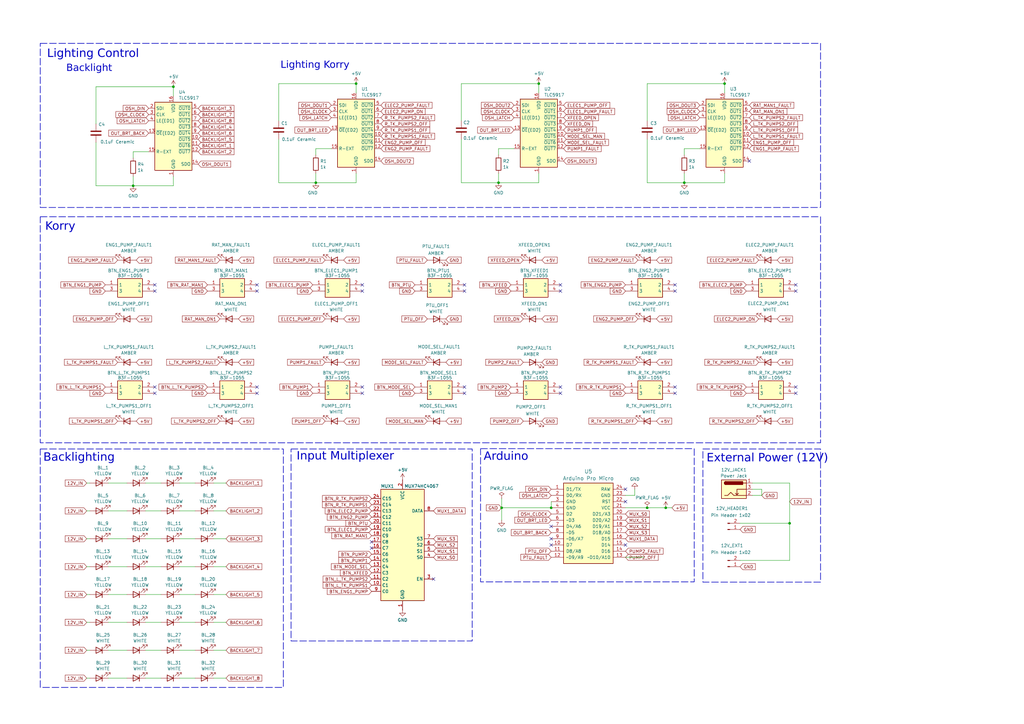
<source format=kicad_sch>
(kicad_sch (version 20231120) (generator "eeschema") (generator_version "8.0")
  (paper "A3")
  (title_block (title "HYD FUEL Panel") (date "2024-08-14") (rev "V1.0") (company "S.K."))
  (junction (at 226.06 208.28))
  (junction (at 205.74 208.28))
  (junction (at 71.12 35.56))
  (junction (at 204.47 74.93))
  (junction (at 297.18 34.29))
  (junction (at 146.05 34.29))
  (junction (at 54.61 76.2))
  (junction (at 323.85 214.63))
  (junction (at 265.43 208.28))
  (junction (at 273.05 208.28))
  (junction (at 280.67 74.93))
  (junction (at 129.54 74.93))
  (junction (at 220.98 34.29))
  (no_connect (at 63.5 161.29))
  (no_connect (at 229.87 119.38))
  (no_connect (at 105.41 116.84))
  (no_connect (at 256.54 205.74))
  (no_connect (at 63.5 158.75))
  (no_connect (at 63.5 119.38))
  (no_connect (at 326.39 161.29))
  (no_connect (at 226.06 220.98))
  (no_connect (at 148.59 161.29))
  (no_connect (at 276.86 161.29))
  (no_connect (at 63.5 116.84))
  (no_connect (at 152.4 222.25))
  (no_connect (at 177.8 237.49))
  (no_connect (at 148.59 158.75))
  (no_connect (at 256.54 200.66))
  (no_connect (at 190.5 158.75))
  (no_connect (at 152.4 224.79))
  (no_connect (at 229.87 116.84))
  (no_connect (at 307.34 66.04))
  (no_connect (at 326.39 116.84))
  (no_connect (at 226.06 215.9))
  (no_connect (at 105.41 158.75))
  (no_connect (at 276.86 158.75))
  (no_connect (at 148.59 119.38))
  (no_connect (at 276.86 119.38))
  (no_connect (at 190.5 116.84))
  (no_connect (at 190.5 119.38))
  (no_connect (at 326.39 119.38))
  (no_connect (at 226.06 223.52))
  (no_connect (at 256.54 223.52))
  (no_connect (at 105.41 161.29))
  (no_connect (at 190.5 161.29))
  (no_connect (at 148.59 116.84))
  (no_connect (at 326.39 158.75))
  (no_connect (at 229.87 158.75))
  (no_connect (at 276.86 116.84))
  (no_connect (at 229.87 161.29))
  (no_connect (at 105.41 119.38))
  (wire (pts (xy 323.85 198.12) (xy 323.85 214.63)))
  (wire (pts (xy 210.82 60.96) (xy 204.47 60.96)))
  (wire (pts (xy 44.45 209.55) (xy 52.07 209.55)))
  (wire (pts (xy 59.69 198.12) (xy 66.04 198.12)))
  (wire (pts (xy 87.63 232.41) (xy 92.71 232.41)))
  (wire (pts (xy 87.63 243.84) (xy 92.71 243.84)))
  (wire (pts (xy 129.54 74.93) (xy 146.05 74.93)))
  (wire (pts (xy 114.3 74.93) (xy 129.54 74.93)))
  (wire (pts (xy 226.06 205.74) (xy 226.06 208.28)))
  (wire (pts (xy 36.83 232.41) (xy 35.56 232.41)))
  (wire (pts (xy 39.37 35.56) (xy 71.12 35.56)))
  (wire (pts (xy 59.69 243.84) (xy 66.04 243.84)))
  (wire (pts (xy 220.98 74.93) (xy 220.98 71.12)))
  (wire (pts (xy 39.37 76.2) (xy 54.61 76.2)))
  (wire (pts (xy 308.61 198.12) (xy 323.85 198.12)))
  (wire (pts (xy 204.47 74.93) (xy 220.98 74.93)))
  (wire (pts (xy 146.05 74.93) (xy 146.05 71.12)))
  (wire (pts (xy 129.54 71.12) (xy 129.54 74.93)))
  (wire (pts (xy 114.3 34.29) (xy 114.3 49.53)))
  (wire (pts (xy 308.61 203.2) (xy 312.42 203.2)))
  (wire (pts (xy 87.63 255.27) (xy 92.71 255.27)))
  (wire (pts (xy 189.23 74.93) (xy 204.47 74.93)))
  (wire (pts (xy 59.69 278.13) (xy 66.04 278.13)))
  (wire (pts (xy 205.74 204.47) (xy 205.74 208.28)))
  (wire (pts (xy 265.43 208.28) (xy 273.05 208.28)))
  (wire (pts (xy 73.66 278.13) (xy 80.01 278.13)))
  (wire (pts (xy 87.63 198.12) (xy 92.71 198.12)))
  (wire (pts (xy 303.53 214.63) (xy 323.85 214.63)))
  (wire (pts (xy 35.56 198.12) (xy 36.83 198.12)))
  (wire (pts (xy 44.45 255.27) (xy 52.07 255.27)))
  (wire (pts (xy 135.89 60.96) (xy 129.54 60.96)))
  (wire (pts (xy 54.61 72.39) (xy 54.61 76.2)))
  (wire (pts (xy 312.42 200.66) (xy 312.42 203.2)))
  (wire (pts (xy 256.54 203.2) (xy 260.35 203.2)))
  (wire (pts (xy 280.67 71.12) (xy 280.67 74.93)))
  (wire (pts (xy 59.69 266.7) (xy 66.04 266.7)))
  (wire (pts (xy 44.45 266.7) (xy 52.07 266.7)))
  (wire (pts (xy 44.45 198.12) (xy 52.07 198.12)))
  (wire (pts (xy 44.45 232.41) (xy 52.07 232.41)))
  (wire (pts (xy 59.69 255.27) (xy 66.04 255.27)))
  (wire (pts (xy 260.35 200.66) (xy 260.35 203.2)))
  (wire (pts (xy 189.23 34.29) (xy 220.98 34.29)))
  (wire (pts (xy 204.47 71.12) (xy 204.47 74.93)))
  (wire (pts (xy 73.66 209.55) (xy 80.01 209.55)))
  (wire (pts (xy 73.66 198.12) (xy 80.01 198.12)))
  (wire (pts (xy 205.74 208.28) (xy 226.06 208.28)))
  (wire (pts (xy 189.23 34.29) (xy 189.23 49.53)))
  (wire (pts (xy 189.23 57.15) (xy 189.23 74.93)))
  (wire (pts (xy 59.69 232.41) (xy 66.04 232.41)))
  (wire (pts (xy 114.3 57.15) (xy 114.3 74.93)))
  (wire (pts (xy 265.43 34.29) (xy 265.43 49.53)))
  (wire (pts (xy 87.63 278.13) (xy 92.71 278.13)))
  (wire (pts (xy 264.16 228.6) (xy 256.54 228.6)))
  (wire (pts (xy 36.83 209.55) (xy 35.56 209.55)))
  (wire (pts (xy 87.63 209.55) (xy 92.71 209.55)))
  (wire (pts (xy 265.43 74.93) (xy 280.67 74.93)))
  (wire (pts (xy 54.61 62.23) (xy 54.61 64.77)))
  (wire (pts (xy 59.69 209.55) (xy 66.04 209.55)))
  (wire (pts (xy 36.83 278.13) (xy 35.56 278.13)))
  (wire (pts (xy 297.18 74.93) (xy 297.18 71.12)))
  (wire (pts (xy 36.83 266.7) (xy 35.56 266.7)))
  (wire (pts (xy 73.66 266.7) (xy 80.01 266.7)))
  (wire (pts (xy 146.05 34.29) (xy 146.05 38.1)))
  (wire (pts (xy 36.83 255.27) (xy 35.56 255.27)))
  (wire (pts (xy 73.66 232.41) (xy 80.01 232.41)))
  (wire (pts (xy 204.47 60.96) (xy 204.47 63.5)))
  (wire (pts (xy 287.02 60.96) (xy 280.67 60.96)))
  (wire (pts (xy 308.61 200.66) (xy 312.42 200.66)))
  (wire (pts (xy 44.45 278.13) (xy 52.07 278.13)))
  (wire (pts (xy 280.67 60.96) (xy 280.67 63.5)))
  (wire (pts (xy 323.85 229.87) (xy 323.85 214.63)))
  (wire (pts (xy 44.45 243.84) (xy 52.07 243.84)))
  (wire (pts (xy 129.54 60.96) (xy 129.54 63.5)))
  (wire (pts (xy 297.18 34.29) (xy 297.18 38.1)))
  (wire (pts (xy 39.37 35.56) (xy 39.37 50.8)))
  (wire (pts (xy 256.54 208.28) (xy 265.43 208.28)))
  (wire (pts (xy 59.69 220.98) (xy 66.04 220.98)))
  (wire (pts (xy 39.37 58.42) (xy 39.37 76.2)))
  (wire (pts (xy 265.43 34.29) (xy 297.18 34.29)))
  (wire (pts (xy 205.74 208.28) (xy 205.74 213.36)))
  (wire (pts (xy 114.3 34.29) (xy 146.05 34.29)))
  (wire (pts (xy 73.66 220.98) (xy 80.01 220.98)))
  (wire (pts (xy 220.98 34.29) (xy 220.98 38.1)))
  (wire (pts (xy 73.66 243.84) (xy 80.01 243.84)))
  (wire (pts (xy 71.12 35.56) (xy 71.12 39.37)))
  (wire (pts (xy 87.63 266.7) (xy 92.71 266.7)))
  (wire (pts (xy 303.53 229.87) (xy 323.85 229.87)))
  (wire (pts (xy 73.66 255.27) (xy 80.01 255.27)))
  (wire (pts (xy 280.67 74.93) (xy 297.18 74.93)))
  (wire (pts (xy 273.05 208.28) (xy 275.59 208.28)))
  (wire (pts (xy 87.63 220.98) (xy 92.71 220.98)))
  (wire (pts (xy 265.43 57.15) (xy 265.43 74.93)))
  (wire (pts (xy 71.12 76.2) (xy 71.12 72.39)))
  (wire (pts (xy 36.83 243.84) (xy 35.56 243.84)))
  (wire (pts (xy 36.83 220.98) (xy 35.56 220.98)))
  (wire (pts (xy 44.45 220.98) (xy 52.07 220.98)))
  (wire (pts (xy 60.96 62.23) (xy 54.61 62.23)))
  (wire (pts (xy 54.61 76.2) (xy 71.12 76.2)))
  (rectangle (start 288.29 184.15) (end 336.55 238.76) (stroke (width 0.254) (type dash)))
  (rectangle (start 16.51 17.78) (end 336.55 85.09) (stroke (width 0.254) (type dash)))
  (rectangle (start 119.38 184.15) (end 193.675 262.89) (stroke (width 0.254) (type dash)))
  (rectangle (start 16.5099 184.15) (end 116.205 281.94) (stroke (width 0.254) (type dash)))
  (rectangle (start 197.1042 184.0321) (end 284.7342 238.6421) (stroke (width 0.254) (type dash)))
  (rectangle (start 16.51 88.9) (end 336.55 181.61) (stroke (width 0.254) (type dash)))
  (text "Backlighting" (at 17.78 186.69 0) (effects (font (size 3.3782 3.3782)) (justify left top)))
  (text "Arduino" (at 198.3742 186.3181 0) (effects (font (size 3.3782 3.3782)) (justify left top)))
  (text "Korry" (at 18.542 91.948 0) (effects (font (size 3.3782 3.3782)) (justify left top)))
  (text "Input Multiplexer" (at 121.666 186.182 0) (effects (font (size 3.3782 3.3782)) (justify left top)))
  (text "External Power (12V)" (at 289.814 186.944 0) (effects (font (size 3.3782 3.3782)) (justify left top)))
  (text "Lighting Korry" (at 115.062 25.908 0) (effects (font (size 2.8956 2.8956)) (justify left top)))
  (text "Lighting Control" (at 19.304 21.082 0) (effects (font (size 3.3782 3.3782)) (justify left top)))
  (text "Backlight" (at 27.178 27.178 0) (effects (font (size 2.8956 2.8956)) (justify left top)))
  (global_label "GND" (shape input) (at 222.25 172.72 0) (property "Intersheetrefs" "${INTERSHEET_REFS}" (effects (hide yes))))
  (global_label "OSH_LATCH" (shape input) (at 226.06 203.2 180) (property "Intersheetrefs" "${INTERSHEET_REFS}" (effects (hide yes))))
  (global_label "GND" (shape input) (at 209.55 161.29 180) (property "Intersheetrefs" "${INTERSHEET_REFS}" (effects (hide yes))))
  (global_label "GND" (shape input) (at 209.55 119.38 180) (property "Intersheetrefs" "${INTERSHEET_REFS}" (effects (hide yes))))
  (global_label "PTU_FAULT" (shape input) (at 175.26 106.68 180) (property "Intersheetrefs" "${INTERSHEET_REFS}" (effects (hide yes))))
  (global_label "12V_IN" (shape input) (at 35.56 243.84 180) (property "Intersheetrefs" "${INTERSHEET_REFS}" (effects (hide yes))))
  (global_label "GND" (shape input) (at 43.18 119.38 180) (property "Intersheetrefs" "${INTERSHEET_REFS}" (effects (hide yes))))
  (global_label "OSH_DIN" (shape input) (at 60.96 44.45 180) (property "Intersheetrefs" "${INTERSHEET_REFS}" (effects (hide yes))))
  (global_label "BTN_R_TK_PUMPS2" (shape input) (at 152.4 204.47 180) (property "Intersheetrefs" "${INTERSHEET_REFS}" (effects (hide yes))))
  (global_label "MUX1_DATA" (shape input) (at 177.8 209.55 0) (property "Intersheetrefs" "${INTERSHEET_REFS}" (effects (hide yes))))
  (global_label "MODE_SEL_MAN" (shape input) (at 175.26 172.72 180) (property "Intersheetrefs" "${INTERSHEET_REFS}" (effects (hide yes))))
  (global_label "GND" (shape input) (at 205.74 208.28 180) (property "Intersheetrefs" "${INTERSHEET_REFS}" (effects (hide yes))))
  (global_label "OSH_CLOCK" (shape input) (at 287.02 45.72 180) (property "Intersheetrefs" "${INTERSHEET_REFS}" (effects (hide yes))))
  (global_label "R_TK_PUMPS1_OFF" (shape input) (at 261.62 172.72 180) (property "Intersheetrefs" "${INTERSHEET_REFS}" (effects (hide yes))))
  (global_label "12V_IN" (shape input) (at 35.56 278.13 180) (property "Intersheetrefs" "${INTERSHEET_REFS}" (effects (hide yes))))
  (global_label "PUMP1_FAULT" (shape input) (at 231.14 60.96 0) (property "Intersheetrefs" "${INTERSHEET_REFS}" (effects (hide yes))))
  (global_label "PTU_OFF" (shape input) (at 175.26 130.81 180) (property "Intersheetrefs" "${INTERSHEET_REFS}" (effects (hide yes))))
  (global_label "+5V" (shape input) (at 55.88 130.81 0) (property "Intersheetrefs" "${INTERSHEET_REFS}" (effects (hide yes))))
  (global_label "PUMP1_OFF" (shape input) (at 231.14 53.34 0) (property "Intersheetrefs" "${INTERSHEET_REFS}" (effects (hide yes))))
  (global_label "+5V" (shape input) (at 182.88 148.59 0) (property "Intersheetrefs" "${INTERSHEET_REFS}" (effects (hide yes))))
  (global_label "OSH_DOUT3" (shape input) (at 231.14 66.04 0) (property "Intersheetrefs" "${INTERSHEET_REFS}" (effects (hide yes))))
  (global_label "OUT_BRT_LED" (shape input) (at 226.06 213.36 180) (property "Intersheetrefs" "${INTERSHEET_REFS}" (effects (hide yes))))
  (global_label "GND" (shape input) (at 128.27 119.38 180) (property "Intersheetrefs" "${INTERSHEET_REFS}" (effects (hide yes))))
  (global_label "MODE_SEL_MAN" (shape input) (at 231.14 55.88 0) (property "Intersheetrefs" "${INTERSHEET_REFS}" (effects (hide yes))))
  (global_label "PUMP1_FAULT" (shape input) (at 133.35 148.59 180) (property "Intersheetrefs" "${INTERSHEET_REFS}" (effects (hide yes))))
  (global_label "L_TK_PUMPS1_FAULT" (shape input) (at 48.26 148.59 180) (property "Intersheetrefs" "${INTERSHEET_REFS}" (effects (hide yes))))
  (global_label "ELEC1_PUMP_OFF" (shape input) (at 231.14 43.18 0) (property "Intersheetrefs" "${INTERSHEET_REFS}" (effects (hide yes))))
  (global_label "+5V" (shape input) (at 97.79 130.81 0) (property "Intersheetrefs" "${INTERSHEET_REFS}" (effects (hide yes))))
  (global_label "ELEC1_PUMP_FAULT" (shape input) (at 133.35 106.68 180) (property "Intersheetrefs" "${INTERSHEET_REFS}" (effects (hide yes))))
  (global_label "+5V" (shape input) (at 97.79 106.68 0) (property "Intersheetrefs" "${INTERSHEET_REFS}" (effects (hide yes))))
  (global_label "GND" (shape input) (at 306.07 161.29 180) (property "Intersheetrefs" "${INTERSHEET_REFS}" (effects (hide yes))))
  (global_label "BTN_MODE_SEL" (shape input) (at 170.18 158.75 180) (property "Intersheetrefs" "${INTERSHEET_REFS}" (effects (hide yes))))
  (global_label "BTN_ENG2_PUMP" (shape input) (at 152.4 212.09 180) (property "Intersheetrefs" "${INTERSHEET_REFS}" (effects (hide yes))))
  (global_label "RAT_MAN1_FAULT" (shape input) (at 90.17 106.68 180) (property "Intersheetrefs" "${INTERSHEET_REFS}" (effects (hide yes))))
  (global_label "ELEC2_PUMP_FAULT" (shape input) (at 156.21 43.18 0) (property "Intersheetrefs" "${INTERSHEET_REFS}" (effects (hide yes))))
  (global_label "OUT_BRT_BACK" (shape input) (at 226.06 218.44 180) (property "Intersheetrefs" "${INTERSHEET_REFS}" (effects (hide yes))))
  (global_label "BTN_L_TK_PUMPS1" (shape input) (at 43.18 158.75 180) (property "Intersheetrefs" "${INTERSHEET_REFS}" (effects (hide yes))))
  (global_label "ENG1_PUMP_OFF" (shape input) (at 307.34 58.42 0) (property "Intersheetrefs" "${INTERSHEET_REFS}" (effects (hide yes))))
  (global_label "BACKLIGHT_3" (shape input) (at 92.71 220.98 0) (property "Intersheetrefs" "${INTERSHEET_REFS}" (effects (hide yes))))
  (global_label "GND" (shape input) (at 85.09 119.38 180) (property "Intersheetrefs" "${INTERSHEET_REFS}" (effects (hide yes))))
  (global_label "+5V" (shape input) (at 97.79 172.72 0) (property "Intersheetrefs" "${INTERSHEET_REFS}" (effects (hide yes))))
  (global_label "GND" (shape input) (at 303.53 217.17 0) (property "Intersheetrefs" "${INTERSHEET_REFS}" (effects (hide yes))))
  (global_label "BACKLIGHT_1" (shape input) (at 92.71 198.12 0) (property "Intersheetrefs" "${INTERSHEET_REFS}" (effects (hide yes))))
  (global_label "R_TK_PUMPS1_FAULT" (shape input) (at 261.62 148.59 180) (property "Intersheetrefs" "${INTERSHEET_REFS}" (effects (hide yes))))
  (global_label "+5V" (shape input) (at 182.88 172.72 0) (property "Intersheetrefs" "${INTERSHEET_REFS}" (effects (hide yes))))
  (global_label "OSH_DOUT1" (shape input) (at 81.28 67.31 0) (property "Intersheetrefs" "${INTERSHEET_REFS}" (effects (hide yes))))
  (global_label "BACKLIGHT_4" (shape input) (at 81.28 52.07 0) (property "Intersheetrefs" "${INTERSHEET_REFS}" (effects (hide yes))))
  (global_label "BTN_ELEC2_PUMP" (shape input) (at 152.4 209.55 180) (property "Intersheetrefs" "${INTERSHEET_REFS}" (effects (hide yes))))
  (global_label "MUX1_DATA" (shape input) (at 256.54 220.98 0) (property "Intersheetrefs" "${INTERSHEET_REFS}" (effects (hide yes))))
  (global_label "PTU_FAULT" (shape input) (at 226.06 228.6 180) (property "Intersheetrefs" "${INTERSHEET_REFS}" (effects (hide yes))))
  (global_label "OSH_LATCH" (shape input) (at 210.82 48.26 180) (property "Intersheetrefs" "${INTERSHEET_REFS}" (effects (hide yes))))
  (global_label "R_TK_PUMPS1_FAULT" (shape input) (at 156.21 55.88 0) (property "Intersheetrefs" "${INTERSHEET_REFS}" (effects (hide yes))))
  (global_label "+5V" (shape input) (at 222.25 130.81 0) (property "Intersheetrefs" "${INTERSHEET_REFS}" (effects (hide yes))))
  (global_label "+5V" (shape input) (at 140.97 130.81 0) (property "Intersheetrefs" "${INTERSHEET_REFS}" (effects (hide yes))))
  (global_label "+5V" (shape input) (at 318.77 148.59 0) (property "Intersheetrefs" "${INTERSHEET_REFS}" (effects (hide yes))))
  (global_label "BACKLIGHT_8" (shape input) (at 81.28 49.53 0) (property "Intersheetrefs" "${INTERSHEET_REFS}" (effects (hide yes))))
  (global_label "BACKLIGHT_7" (shape input) (at 81.28 46.99 0) (property "Intersheetrefs" "${INTERSHEET_REFS}" (effects (hide yes))))
  (global_label "L_TK_PUMPS1_OFF" (shape input) (at 48.26 172.72 180) (property "Intersheetrefs" "${INTERSHEET_REFS}" (effects (hide yes))))
  (global_label "BTN_L_TK_PUMPS2" (shape input) (at 152.4 237.49 180) (property "Intersheetrefs" "${INTERSHEET_REFS}" (effects (hide yes))))
  (global_label "R_TK_PUMPS1_OFF" (shape input) (at 156.21 53.34 0) (property "Intersheetrefs" "${INTERSHEET_REFS}" (effects (hide yes))))
  (global_label "OSH_LATCH" (shape input) (at 287.02 48.26 180) (property "Intersheetrefs" "${INTERSHEET_REFS}" (effects (hide yes))))
  (global_label "BTN_R_TK_PUMPS2" (shape input) (at 306.07 158.75 180) (property "Intersheetrefs" "${INTERSHEET_REFS}" (effects (hide yes))))
  (global_label "XFEED_OPEN" (shape input) (at 231.14 48.26 0) (property "Intersheetrefs" "${INTERSHEET_REFS}" (effects (hide yes))))
  (global_label "MUX_S0" (shape input) (at 256.54 210.82 0) (property "Intersheetrefs" "${INTERSHEET_REFS}" (effects (hide yes))))
  (global_label "+5V" (shape input) (at 55.88 106.68 0) (property "Intersheetrefs" "${INTERSHEET_REFS}" (effects (hide yes))))
  (global_label "12V_IN" (shape input) (at 323.85 205.74 0) (property "Intersheetrefs" "${INTERSHEET_REFS}" (effects (hide yes))))
  (global_label "R_TK_PUMPS2_FAULT" (shape input) (at 311.15 148.59 180) (property "Intersheetrefs" "${INTERSHEET_REFS}" (effects (hide yes))))
  (global_label "MUX_S2" (shape input) (at 256.54 215.9 0) (property "Intersheetrefs" "${INTERSHEET_REFS}" (effects (hide yes))))
  (global_label "+5V" (shape input) (at 140.97 148.59 0) (property "Intersheetrefs" "${INTERSHEET_REFS}" (effects (hide yes))))
  (global_label "12V_IN" (shape input) (at 35.56 198.12 180) (property "Intersheetrefs" "${INTERSHEET_REFS}" (effects (hide yes))))
  (global_label "L_TK_PUMPS2_FAULT" (shape input) (at 307.34 48.26 0) (property "Intersheetrefs" "${INTERSHEET_REFS}" (effects (hide yes))))
  (global_label "BACKLIGHT_6" (shape input) (at 92.71 255.27 0) (property "Intersheetrefs" "${INTERSHEET_REFS}" (effects (hide yes))))
  (global_label "OSH_LATCH" (shape input) (at 60.96 49.53 180) (property "Intersheetrefs" "${INTERSHEET_REFS}" (effects (hide yes))))
  (global_label "MUX_S2" (shape input) (at 177.8 223.52 0) (property "Intersheetrefs" "${INTERSHEET_REFS}" (effects (hide yes))))
  (global_label "OSH_LATCH" (shape input) (at 135.89 48.26 180) (property "Intersheetrefs" "${INTERSHEET_REFS}" (effects (hide yes))))
  (global_label "OSH_DOUT1" (shape input) (at 135.89 43.18 180) (property "Intersheetrefs" "${INTERSHEET_REFS}" (effects (hide yes))))
  (global_label "BTN_RAT_MAN1" (shape input) (at 152.4 219.71 180) (property "Intersheetrefs" "${INTERSHEET_REFS}" (effects (hide yes))))
  (global_label "BTN_PUMP2" (shape input) (at 152.4 227.33 180) (property "Intersheetrefs" "${INTERSHEET_REFS}" (effects (hide yes))))
  (global_label "L_TK_PUMPS2_FAULT" (shape input) (at 90.17 148.59 180) (property "Intersheetrefs" "${INTERSHEET_REFS}" (effects (hide yes))))
  (global_label "OSH_CLOCK" (shape input) (at 210.82 45.72 180) (property "Intersheetrefs" "${INTERSHEET_REFS}" (effects (hide yes))))
  (global_label "+5V" (shape input) (at 55.88 148.59 0) (property "Intersheetrefs" "${INTERSHEET_REFS}" (effects (hide yes))))
  (global_label "BACKLIGHT_3" (shape input) (at 81.28 44.45 0) (property "Intersheetrefs" "${INTERSHEET_REFS}" (effects (hide yes))))
  (global_label "BTN_PUMP1" (shape input) (at 152.4 229.87 180) (property "Intersheetrefs" "${INTERSHEET_REFS}" (effects (hide yes))))
  (global_label "OSH_DOUT2" (shape input) (at 210.82 43.18 180) (property "Intersheetrefs" "${INTERSHEET_REFS}" (effects (hide yes))))
  (global_label "BTN_ENG1_PUMP" (shape input) (at 152.4 242.57 180) (property "Intersheetrefs" "${INTERSHEET_REFS}" (effects (hide yes))))
  (global_label "+5V" (shape input) (at 269.24 172.72 0) (property "Intersheetrefs" "${INTERSHEET_REFS}" (effects (hide yes))))
  (global_label "BACKLIGHT_1" (shape input) (at 81.28 59.69 0) (property "Intersheetrefs" "${INTERSHEET_REFS}" (effects (hide yes))))
  (global_label "12V_IN" (shape input) (at 35.56 220.98 180) (property "Intersheetrefs" "${INTERSHEET_REFS}" (effects (hide yes))))
  (global_label "GND" (shape input) (at 43.18 161.29 180) (property "Intersheetrefs" "${INTERSHEET_REFS}" (effects (hide yes))))
  (global_label "GND" (shape input) (at 303.53 232.41 0) (property "Intersheetrefs" "${INTERSHEET_REFS}" (effects (hide yes))))
  (global_label "+5V" (shape input) (at 269.24 106.68 0) (property "Intersheetrefs" "${INTERSHEET_REFS}" (effects (hide yes))))
  (global_label "MODE_SEL_FAULT" (shape input) (at 231.14 58.42 0) (property "Intersheetrefs" "${INTERSHEET_REFS}" (effects (hide yes))))
  (global_label "OSH_DOUT3" (shape input) (at 287.02 43.18 180) (property "Intersheetrefs" "${INTERSHEET_REFS}" (effects (hide yes))))
  (global_label "L_TK_PUMPS1_FAULT" (shape input) (at 307.34 55.88 0) (property "Intersheetrefs" "${INTERSHEET_REFS}" (effects (hide yes))))
  (global_label "+5V" (shape input) (at 318.77 106.68 0) (property "Intersheetrefs" "${INTERSHEET_REFS}" (effects (hide yes))))
  (global_label "BTN_L_TK_PUMPS2" (shape input) (at 85.09 158.75 180) (property "Intersheetrefs" "${INTERSHEET_REFS}" (effects (hide yes))))
  (global_label "+5V" (shape input) (at 275.59 208.28 0) (property "Intersheetrefs" "${INTERSHEET_REFS}" (effects (hide yes))))
  (global_label "ELEC2_PUMP_FAULT" (shape input) (at 311.15 106.68 180) (property "Intersheetrefs" "${INTERSHEET_REFS}" (effects (hide yes))))
  (global_label "GND" (shape input) (at 170.18 161.29 180) (property "Intersheetrefs" "${INTERSHEET_REFS}" (effects (hide yes))))
  (global_label "+5V" (shape input) (at 318.77 130.81 0) (property "Intersheetrefs" "${INTERSHEET_REFS}" (effects (hide yes))))
  (global_label "OUT_BRT_BACK" (shape input) (at 60.96 54.61 180) (property "Intersheetrefs" "${INTERSHEET_REFS}" (effects (hide yes))))
  (global_label "+5V" (shape input) (at 140.97 106.68 0) (property "Intersheetrefs" "${INTERSHEET_REFS}" (effects (hide yes))))
  (global_label "ENG2_PUMP_OFF" (shape input) (at 156.21 58.42 0) (property "Intersheetrefs" "${INTERSHEET_REFS}" (effects (hide yes))))
  (global_label "GND" (shape input) (at 182.88 106.68 0) (property "Intersheetrefs" "${INTERSHEET_REFS}" (effects (hide yes))))
  (global_label "MUX_S3" (shape input) (at 177.8 220.98 0) (property "Intersheetrefs" "${INTERSHEET_REFS}" (effects (hide yes))))
  (global_label "BTN_ENG2_PUMP" (shape input) (at 256.54 116.84 180) (property "Intersheetrefs" "${INTERSHEET_REFS}" (effects (hide yes))))
  (global_label "ENG2_PUMP_FAULT" (shape input) (at 261.62 106.68 180) (property "Intersheetrefs" "${INTERSHEET_REFS}" (effects (hide yes))))
  (global_label "12V_IN" (shape input) (at 35.56 209.55 180) (property "Intersheetrefs" "${INTERSHEET_REFS}" (effects (hide yes))))
  (global_label "BTN_PTU" (shape input) (at 170.18 116.84 180) (property "Intersheetrefs" "${INTERSHEET_REFS}" (effects (hide yes))))
  (global_label "BTN_R_TK_PUMPS1" (shape input) (at 152.4 207.01 180) (property "Intersheetrefs" "${INTERSHEET_REFS}" (effects (hide yes))))
  (global_label "ELEC2_PUMP_ON" (shape input) (at 311.15 130.81 180) (property "Intersheetrefs" "${INTERSHEET_REFS}" (effects (hide yes))))
  (global_label "PUMP2_FAULT" (shape input) (at 256.54 226.06 0) (property "Intersheetrefs" "${INTERSHEET_REFS}" (effects (hide yes))))
  (global_label "PUMP1_OFF" (shape input) (at 133.35 172.72 180) (property "Intersheetrefs" "${INTERSHEET_REFS}" (effects (hide yes))))
  (global_label "+5V" (shape input) (at 269.24 130.81 0) (property "Intersheetrefs" "${INTERSHEET_REFS}" (effects (hide yes))))
  (global_label "R_TK_PUMPS2_OFF" (shape input) (at 156.21 50.8 0) (property "Intersheetrefs" "${INTERSHEET_REFS}" (effects (hide yes))))
  (global_label "BTN_PUMP1" (shape input) (at 128.27 158.75 180) (property "Intersheetrefs" "${INTERSHEET_REFS}" (effects (hide yes))))
  (global_label "+5V" (shape input) (at 269.24 148.59 0) (property "Intersheetrefs" "${INTERSHEET_REFS}" (effects (hide yes))))
  (global_label "12V_IN" (shape input) (at 35.56 232.41 180) (property "Intersheetrefs" "${INTERSHEET_REFS}" (effects (hide yes))))
  (global_label "ENG1_PUMP_OFF" (shape input) (at 48.26 130.81 180) (property "Intersheetrefs" "${INTERSHEET_REFS}" (effects (hide yes))))
  (global_label "OSH_CLOCK" (shape input) (at 226.06 210.82 180) (property "Intersheetrefs" "${INTERSHEET_REFS}" (effects (hide yes))))
  (global_label "BACKLIGHT_5" (shape input) (at 81.28 57.15 0) (property "Intersheetrefs" "${INTERSHEET_REFS}" (effects (hide yes))))
  (global_label "BTN_MODE_SEL" (shape input) (at 152.4 232.41 180) (property "Intersheetrefs" "${INTERSHEET_REFS}" (effects (hide yes))))
  (global_label "MODE_SEL_FAULT" (shape input) (at 175.26 148.59 180) (property "Intersheetrefs" "${INTERSHEET_REFS}" (effects (hide yes))))
  (global_label "OUT_BRT_LED" (shape input) (at 210.82 53.34 180) (property "Intersheetrefs" "${INTERSHEET_REFS}" (effects (hide yes))))
  (global_label "RAT_MAN_ON1" (shape input) (at 90.17 130.81 180) (property "Intersheetrefs" "${INTERSHEET_REFS}" (effects (hide yes))))
  (global_label "GND" (shape input) (at 128.27 161.29 180) (property "Intersheetrefs" "${INTERSHEET_REFS}" (effects (hide yes))))
  (global_label "BTN_XFEED" (shape input) (at 209.55 116.84 180) (property "Intersheetrefs" "${INTERSHEET_REFS}" (effects (hide yes))))
  (global_label "ENG1_PUMP_FAULT" (shape input) (at 48.26 106.68 180) (property "Intersheetrefs" "${INTERSHEET_REFS}" (effects (hide yes))))
  (global_label "BTN_ELEC1_PUMP" (shape input) (at 152.4 217.17 180) (property "Intersheetrefs" "${INTERSHEET_REFS}" (effects (hide yes))))
  (global_label "BTN_PUMP2" (shape input) (at 209.55 158.75 180) (property "Intersheetrefs" "${INTERSHEET_REFS}" (effects (hide yes))))
  (global_label "MUX_S0" (shape input) (at 177.8 228.6 0) (property "Intersheetrefs" "${INTERSHEET_REFS}" (effects (hide yes))))
  (global_label "ELEC1_PUMP_OFF" (shape input) (at 133.35 130.81 180) (property "Intersheetrefs" "${INTERSHEET_REFS}" (effects (hide yes))))
  (global_label "+5V" (shape input) (at 97.79 148.59 0) (property "Intersheetrefs" "${INTERSHEET_REFS}" (effects (hide yes))))
  (global_label "BTN_ELEC1_PUMP" (shape input) (at 128.27 116.84 180) (property "Intersheetrefs" "${INTERSHEET_REFS}" (effects (hide yes))))
  (global_label "L_TK_PUMPS2_OFF" (shape input) (at 307.34 50.8 0) (property "Intersheetrefs" "${INTERSHEET_REFS}" (effects (hide yes))))
  (global_label "MUX_S3" (shape input) (at 256.54 218.44 0) (property "Intersheetrefs" "${INTERSHEET_REFS}" (effects (hide yes))))
  (global_label "BACKLIGHT_8" (shape input) (at 92.71 278.13 0) (property "Intersheetrefs" "${INTERSHEET_REFS}" (effects (hide yes))))
  (global_label "+5V" (shape input) (at 222.25 106.68 0) (property "Intersheetrefs" "${INTERSHEET_REFS}" (effects (hide yes))))
  (global_label "GND" (shape input) (at 256.54 161.29 180) (property "Intersheetrefs" "${INTERSHEET_REFS}" (effects (hide yes))))
  (global_label "BACKLIGHT_7" (shape input) (at 92.71 266.7 0) (property "Intersheetrefs" "${INTERSHEET_REFS}" (effects (hide yes))))
  (global_label "ELEC2_PUMP_ON" (shape input) (at 156.21 45.72 0) (property "Intersheetrefs" "${INTERSHEET_REFS}" (effects (hide yes))))
  (global_label "R_TK_PUMPS2_FAULT" (shape input) (at 156.21 48.26 0) (property "Intersheetrefs" "${INTERSHEET_REFS}" (effects (hide yes))))
  (global_label "RAT_MAN_ON1" (shape input) (at 307.34 45.72 0) (property "Intersheetrefs" "${INTERSHEET_REFS}" (effects (hide yes))))
  (global_label "BTN_ELEC2_PUMP" (shape input) (at 306.07 116.84 180) (property "Intersheetrefs" "${INTERSHEET_REFS}" (effects (hide yes))))
  (global_label "MUX_S1" (shape input) (at 177.8 226.06 0) (property "Intersheetrefs" "${INTERSHEET_REFS}" (effects (hide yes))))
  (global_label "+5V" (shape input) (at 55.88 172.72 0) (property "Intersheetrefs" "${INTERSHEET_REFS}" (effects (hide yes))))
  (global_label "BACKLIGHT_6" (shape input) (at 81.28 54.61 0) (property "Intersheetrefs" "${INTERSHEET_REFS}" (effects (hide yes))))
  (global_label "ENG2_PUMP_OFF" (shape input) (at 261.62 130.81 180) (property "Intersheetrefs" "${INTERSHEET_REFS}" (effects (hide yes))))
  (global_label "BTN_RAT_MAN1" (shape input) (at 85.09 116.84 180) (property "Intersheetrefs" "${INTERSHEET_REFS}" (effects (hide yes))))
  (global_label "ENG2_PUMP_FAULT" (shape input) (at 156.21 60.96 0) (property "Intersheetrefs" "${INTERSHEET_REFS}" (effects (hide yes))))
  (global_label "BTN_R_TK_PUMPS1" (shape input) (at 256.54 158.75 180) (property "Intersheetrefs" "${INTERSHEET_REFS}" (effects (hide yes))))
  (global_label "OSH_CLOCK" (shape input) (at 60.96 46.99 180) (property "Intersheetrefs" "${INTERSHEET_REFS}" (effects (hide yes))))
  (global_label "BTN_XFEED" (shape input) (at 152.4 234.95 180) (property "Intersheetrefs" "${INTERSHEET_REFS}" (effects (hide yes))))
  (global_label "12V_IN" (shape input) (at 35.56 266.7 180) (property "Intersheetrefs" "${INTERSHEET_REFS}" (effects (hide yes))))
  (global_label "OSH_DOUT2" (shape input) (at 156.21 66.04 0) (property "Intersheetrefs" "${INTERSHEET_REFS}" (effects (hide yes))))
  (global_label "XFEED_ON" (shape input) (at 231.14 50.8 0) (property "Intersheetrefs" "${INTERSHEET_REFS}" (effects (hide yes))))
  (global_label "GND" (shape input) (at 256.54 119.38 180) (property "Intersheetrefs" "${INTERSHEET_REFS}" (effects (hide yes))))
  (global_label "OUT_BRT_LED" (shape input) (at 135.89 53.34 180) (property "Intersheetrefs" "${INTERSHEET_REFS}" (effects (hide yes))))
  (global_label "PUMP2_OFF" (shape input) (at 214.63 172.72 180) (property "Intersheetrefs" "${INTERSHEET_REFS}" (effects (hide yes))))
  (global_label "GND" (shape input) (at 182.88 130.81 0) (property "Intersheetrefs" "${INTERSHEET_REFS}" (effects (hide yes))))
  (global_label "R_TK_PUMPS2_OFF" (shape input) (at 311.15 172.72 180) (property "Intersheetrefs" "${INTERSHEET_REFS}" (effects (hide yes))))
  (global_label "BACKLIGHT_5" (shape input) (at 92.71 243.84 0) (property "Intersheetrefs" "${INTERSHEET_REFS}" (effects (hide yes))))
  (global_label "GND" (shape input) (at 312.42 203.2 0) (property "Intersheetrefs" "${INTERSHEET_REFS}" (effects (hide yes))))
  (global_label "RAT_MAN1_FAULT" (shape input) (at 307.34 43.18 0) (property "Intersheetrefs" "${INTERSHEET_REFS}" (effects (hide yes))))
  (global_label "ELEC1_PUMP_FAULT" (shape input) (at 231.14 45.72 0) (property "Intersheetrefs" "${INTERSHEET_REFS}" (effects (hide yes))))
  (global_label "PUMP2_OFF" (shape input) (at 256.54 228.6 0) (property "Intersheetrefs" "${INTERSHEET_REFS}" (effects (hide yes))))
  (global_label "L_TK_PUMPS2_OFF" (shape input) (at 90.17 172.72 180) (property "Intersheetrefs" "${INTERSHEET_REFS}" (effects (hide yes))))
  (global_label "GND" (shape input) (at 170.18 119.38 180) (property "Intersheetrefs" "${INTERSHEET_REFS}" (effects (hide yes))))
  (global_label "GND" (shape input) (at 85.09 161.29 180) (property "Intersheetrefs" "${INTERSHEET_REFS}" (effects (hide yes))))
  (global_label "XFEED_ON" (shape input) (at 214.63 130.81 180) (property "Intersheetrefs" "${INTERSHEET_REFS}" (effects (hide yes))))
  (global_label "OSH_CLOCK" (shape input) (at 135.89 45.72 180) (property "Intersheetrefs" "${INTERSHEET_REFS}" (effects (hide yes))))
  (global_label "L_TK_PUMPS1_OFF" (shape input) (at 307.34 53.34 0) (property "Intersheetrefs" "${INTERSHEET_REFS}" (effects (hide yes))))
  (global_label "GND" (shape input) (at 222.25 148.59 0) (property "Intersheetrefs" "${INTERSHEET_REFS}" (effects (hide yes))))
  (global_label "MUX_S1" (shape input) (at 256.54 213.36 0) (property "Intersheetrefs" "${INTERSHEET_REFS}" (effects (hide yes))))
  (global_label "BTN_PTU" (shape input) (at 152.4 214.63 180) (property "Intersheetrefs" "${INTERSHEET_REFS}" (effects (hide yes))))
  (global_label "PUMP2_FAULT" (shape input) (at 214.63 148.59 180) (property "Intersheetrefs" "${INTERSHEET_REFS}" (effects (hide yes))))
  (global_label "BACKLIGHT_2" (shape input) (at 81.28 62.23 0) (property "Intersheetrefs" "${INTERSHEET_REFS}" (effects (hide yes))))
  (global_label "BTN_L_TK_PUMPS1" (shape input) (at 152.4 240.03 180) (property "Intersheetrefs" "${INTERSHEET_REFS}" (effects (hide yes))))
  (global_label "+5V" (shape input) (at 140.97 172.72 0) (property "Intersheetrefs" "${INTERSHEET_REFS}" (effects (hide yes))))
  (global_label "BACKLIGHT_4" (shape input) (at 92.71 232.41 0) (property "Intersheetrefs" "${INTERSHEET_REFS}" (effects (hide yes))))
  (global_label "PTU_OFF" (shape input) (at 226.06 226.06 180) (property "Intersheetrefs" "${INTERSHEET_REFS}" (effects (hide yes))))
  (global_label "+5V" (shape input) (at 318.77 172.72 0) (property "Intersheetrefs" "${INTERSHEET_REFS}" (effects (hide yes))))
  (global_label "GND" (shape input) (at 306.07 119.38 180) (property "Intersheetrefs" "${INTERSHEET_REFS}" (effects (hide yes))))
  (global_label "OUT_BRT_LED" (shape input) (at 287.02 53.34 180) (property "Intersheetrefs" "${INTERSHEET_REFS}" (effects (hide yes))))
  (global_label "ENG1_PUMP_FAULT" (shape input) (at 307.34 60.96 0) (property "Intersheetrefs" "${INTERSHEET_REFS}" (effects (hide yes))))
  (global_label "OSH_DIN" (shape input) (at 226.06 200.66 180) (property "Intersheetrefs" "${INTERSHEET_REFS}" (effects (hide yes))))
  (global_label "12V_IN" (shape input) (at 35.56 255.27 180) (property "Intersheetrefs" "${INTERSHEET_REFS}" (effects (hide yes))))
  (global_label "XFEED_OPEN" (shape input) (at 214.63 106.68 180) (property "Intersheetrefs" "${INTERSHEET_REFS}" (effects (hide yes))))
  (global_label "BACKLIGHT_2" (shape input) (at 92.71 209.55 0) (property "Intersheetrefs" "${INTERSHEET_REFS}" (effects (hide yes))))
  (global_label "BTN_ENG1_PUMP" (shape input) (at 43.18 116.84 180) (property "Intersheetrefs" "${INTERSHEET_REFS}" (effects (hide yes))))
  (symbol (lib_id "Device:LED") (at 218.44 172.72 0) (mirror y) (unit 1)
    (property "Reference" "PUMP2_OFF1" (at 217.678 166.878 0))
    (property "Value" "WHITE" (at 218.44 169.672 0))
    (property "Footprint" "LED_THT:LED_D3.0mm" (effects (hide yes)))
    (property "Description" "Light emitting diode" (effects (hide yes)))
  )
  (symbol (lib_id "Device:LED") (at 179.07 130.81 0) (mirror y) (unit 1)
    (property "Reference" "PTU_OFF1" (at 179.324 125.222 0))
    (property "Value" "WHITE" (at 178.816 127.762 0))
    (property "Footprint" "LED_THT:LED_D3.0mm" (effects (hide yes)))
    (property "Description" "Light emitting diode" (effects (hide yes)))
  )
  (symbol (lib_id "Connector:Barrel_Jack_Switch") (at 300.99 200.66 0) (unit 1)
    (property "Reference" "12V_JACK1" (at 300.99 192.7055 0))
    (property "Value" "Power Jack" (at 300.99 195.1298 0))
    (property "Footprint" "Connector_BarrelJack:BarrelJack_Horizontal" (effects (hide yes)))
    (property "Description" "DC Barrel Jack with an internal switch" (effects (hide yes)))
  )
  (symbol (lib_id "Device:LED") (at 55.88 198.12 180) (unit 1)
    (property "Reference" "BL_2" (at 57.4675 191.8165 0))
    (property "Value" "YELLOW" (at 57.4675 194.2408 0))
    (property "Footprint" "LED_THT:LED_D3.0mm" (effects (hide yes)))
    (property "Description" "Light emitting diode" (effects (hide yes)))
  )
  (symbol (lib_id "Device:LED") (at 83.82 266.7 180) (unit 1)
    (property "Reference" "BL_28" (at 85.4075 260.3965 0))
    (property "Value" "WHITE" (at 85.4075 262.8208 0))
    (property "Footprint" "LED_THT:LED_D3.0mm" (effects (hide yes)))
    (property "Description" "Light emitting diode" (effects (hide yes)))
  )
  (symbol (lib_id "Device:LED") (at 93.98 172.72 0) (mirror x) (unit 1)
    (property "Reference" "L_TK_PUMPS2_OFF1" (at 94.742 166.4857 0))
    (property "Value" "WHITE" (at 94.742 168.91 0))
    (property "Footprint" "LED_THT:LED_D3.0mm" (effects (hide yes)))
    (property "Description" "Light emitting diode" (effects (hide yes)))
  )
  (symbol (lib_id "Connector:Conn_01x02_Pin") (at 298.45 217.17 0) (mirror x) (unit 1)
    (property "Reference" "12V_HEADER1" (at 300.228 208.534 0))
    (property "Value" "Pin Header 1x02" (at 299.72 211.328 0))
    (property "Footprint" "Connector_JST:JST_EH_B2B-EH-A_1x02_P2.50mm_Vertical" (effects (hide yes)))
    (property "Description" "Generic connector, single row, 01x02, script generated" (effects (hide yes)))
  )
  (symbol (lib_id "Device:LED") (at 69.85 243.84 180) (unit 1)
    (property "Reference" "BL_19" (at 71.4375 237.5365 0))
    (property "Value" "YELLOW" (at 71.4375 239.9608 0))
    (property "Footprint" "LED_THT:LED_D3.0mm" (effects (hide yes)))
    (property "Description" "Light emitting diode" (effects (hide yes)))
  )
  (symbol (lib_id "Arduino:Sparkfun_Pro_Micro") (at 241.3 215.9 0) (unit 1)
    (property "Reference" "U5" (at 241.3 193.3626 0) (effects (font (size 1.524 1.524))))
    (property "Value" "Arduino Pro Micro" (at 241.3 196.1955 0) (effects (font (size 1.524 1.524))))
    (property "Footprint" "Arduino:Sparkfun_Pro_Micro" (effects (hide yes)))
    (property "Datasheet" "https://www.sparkfun.com/products/12640" (effects (hide yes)))
    (property "Description" "Sparkfun Pro Micro" (effects (hide yes)))
  )
  (symbol (lib_id "Device:LED") (at 218.44 130.81 0) (mirror x) (unit 1)
    (property "Reference" "XFEED_ON1" (at 219.202 124.5757 0))
    (property "Value" "WHITE" (at 219.202 127 0))
    (property "Footprint" "LED_THT:LED_D3.0mm" (effects (hide yes)))
    (property "Description" "Light emitting diode" (effects (hide yes)))
  )
  (symbol (lib_id "Device:LED") (at 83.82 209.55 180) (unit 1)
    (property "Reference" "BL_8" (at 85.4075 203.2465 0))
    (property "Value" "YELLOW" (at 85.4075 205.6708 0))
    (property "Footprint" "LED_THT:LED_D3.0mm" (effects (hide yes)))
    (property "Description" "Light emitting diode" (effects (hide yes)))
  )
  (symbol (lib_id "power:GND") (at 205.74 213.36 0) (mirror y) (unit 1)
    (property "Reference" "#PWR041" (effects (hide yes)))
    (property "Value" "GND" (at 205.74 217.4931 0))
    (property "Description" "Power symbol creates a global label with name \"GND\" , ground" (effects (hide yes)))
  )
  (symbol (lib_id "power:+5V") (at 273.05 208.28 0) (unit 1)
    (property "Reference" "#PWR04" (effects (hide yes)))
    (property "Value" "+5V" (at 273.05 204.1469 0))
    (property "Description" "Power symbol creates a global label with name \"+5V\"" (effects (hide yes)))
  )
  (symbol (lib_id "power:GND") (at 204.47 74.93 0) (unit 1)
    (property "Reference" "#PWR01" (effects (hide yes)))
    (property "Value" "GND" (at 204.47 79.0631 0))
    (property "Description" "Power symbol creates a global label with name \"GND\" , ground" (effects (hide yes)))
  )
  (symbol (lib_id "Device:LED") (at 218.44 106.68 0) (mirror x) (unit 1)
    (property "Reference" "XFEED_OPEN1" (at 219.202 100.4457 0))
    (property "Value" "WHITE" (at 219.202 102.87 0))
    (property "Footprint" "LED_THT:LED_D3.0mm" (effects (hide yes)))
    (property "Description" "Light emitting diode" (effects (hide yes)))
  )
  (symbol (lib_id "power:+5V") (at 146.05 34.29 0) (unit 1)
    (property "Reference" "#PWR06" (effects (hide yes)))
    (property "Value" "+5V" (at 146.05 30.1569 0))
    (property "Description" "Power symbol creates a global label with name \"+5V\"" (effects (hide yes)))
  )
  (symbol (lib_id "Driver_LED:TLC5917") (at 220.98 53.34 0) (unit 1)
    (property "Reference" "U2" (at 223.1741 36.4955 0) (effects (justify left)))
    (property "Value" "TLC5917" (at 223.1741 38.9198 0) (effects (justify left)))
    (property "Footprint" "Package_DIP:DIP-16_W7.62mm" (effects (hide yes)))
    (property "Datasheet" "https://www.ti.com/lit/ds/symlink/tlc5917.pdf" (effects (hide yes)))
    (property "Description" "8-Channel Constant-Current LED Sink Driver, Short to VLED detection" (effects (hide yes)))
  )
  (symbol (lib_id "MyLibrary:MUX74HC4067") (at 165.1 222.25 0) (unit 1)
    (property "Reference" "MUX1" (at 156.21 199.39 0) (effects (justify left)))
    (property "Value" "MUX74HC4067" (at 165.862 199.39 0) (effects (justify left)))
    (property "Footprint" "My:MUX74HC4067" (effects (hide yes)))
  )
  (symbol (lib_id "Driver_LED:TLC5917") (at 71.12 54.61 0) (unit 1)
    (property "Reference" "U4" (at 73.3141 37.7655 0) (effects (justify left)))
    (property "Value" "TLC5917" (at 73.3141 40.1898 0) (effects (justify left)))
    (property "Footprint" "Package_DIP:DIP-16_W7.62mm" (effects (hide yes)))
    (property "Datasheet" "https://www.ti.com/lit/ds/symlink/tlc5917.pdf" (effects (hide yes)))
    (property "Description" "8-Channel Constant-Current LED Sink Driver, Short to VLED detection" (effects (hide yes)))
  )
  (symbol (lib_id "Device:LED") (at 265.43 106.68 0) (mirror x) (unit 1)
    (property "Reference" "ENG2_PUMP_FAULT1" (at 266.192 100.4457 0))
    (property "Value" "AMBER" (at 266.192 102.87 0))
    (property "Footprint" "LED_THT:LED_D3.0mm" (effects (hide yes)))
    (property "Description" "Light emitting diode" (effects (hide yes)))
  )
  (symbol (lib_id "power:GND") (at 129.54 74.93 0) (unit 1)
    (property "Reference" "#PWR03" (effects (hide yes)))
    (property "Value" "GND" (at 128.27 79.0631 0))
    (property "Description" "Power symbol creates a global label with name \"GND\" , ground" (effects (hide yes)))
  )
  (symbol (lib_id "Device:LED") (at 137.16 130.81 0) (mirror x) (unit 1)
    (property "Reference" "ELEC1_PUMP_OFF1" (at 137.922 124.5757 0))
    (property "Value" "WHITE" (at 137.922 127 0))
    (property "Footprint" "LED_THT:LED_D3.0mm" (effects (hide yes)))
    (property "Description" "Light emitting diode" (effects (hide yes)))
  )
  (symbol (lib_id "Device:LED") (at 69.85 209.55 180) (unit 1)
    (property "Reference" "BL_7" (at 71.4375 203.2465 0))
    (property "Value" "YELLOW" (at 71.4375 205.6708 0))
    (property "Footprint" "LED_THT:LED_D3.0mm" (effects (hide yes)))
    (property "Description" "Light emitting diode" (effects (hide yes)))
  )
  (symbol (lib_id "Device:LED") (at 40.64 232.41 180) (unit 1)
    (property "Reference" "BL_13" (at 42.2275 226.1065 0))
    (property "Value" "YELLOW" (at 42.2275 228.5308 0))
    (property "Footprint" "LED_THT:LED_D3.0mm" (effects (hide yes)))
    (property "Description" "Light emitting diode" (effects (hide yes)))
  )
  (symbol (lib_id "Device:LED") (at 69.85 198.12 180) (unit 1)
    (property "Reference" "BL_3" (at 71.4375 191.8165 0))
    (property "Value" "YELLOW" (at 71.4375 194.2408 0))
    (property "Footprint" "LED_THT:LED_D3.0mm" (effects (hide yes)))
    (property "Description" "Light emitting diode" (effects (hide yes)))
  )
  (symbol (lib_id "SamacSys_Parts:B3F-1055") (at 105.41 119.38 180) (unit 1)
    (property "Reference" "BTN_RAT_MAN1" (at 94.742 110.998 0))
    (property "Value" "B3F-1055" (at 95.25 113.03 0))
    (property "Footprint" "SamacSys_Parts:B3F1000" (effects (hide yes)))
    (property "Datasheet" "https://omronfs.omron.com/en_US/ecb/products/pdf/en-b3f.pdf" (effects (hide yes)))
    (property "Description" "OMRON ELECTRONIC COMPONENTS - B3F-1055 - SWITCH, TACTILE, SPST-NO, 50mA, THOUGH HOLE" (effects (hide yes)))
    (property "Mouser Part Number" "653-B3F-1055" (effects (hide yes)))
    (property "Mouser Price/Stock" "https://www.mouser.co.uk/ProductDetail/Omron-Electronics/B3F-1055?qs=1tDaWCEHQQ77i2BzV2Yqkw%3D%3D" (effects (hide yes)))
    (property "Manufacturer_Name" "Omron Electronics" (effects (hide yes)))
    (property "Manufacturer_Part_Number" "B3F-1055" (effects (hide yes)))
  )
  (symbol (lib_id "Device:LED") (at 179.07 148.59 0) (mirror x) (unit 1)
    (property "Reference" "MODE_SEL_FAULT1" (at 180.086 142.24 0))
    (property "Value" "AMBER" (at 179.832 144.78 0))
    (property "Footprint" "LED_THT:LED_D3.0mm" (effects (hide yes)))
    (property "Description" "Light emitting diode" (effects (hide yes)))
  )
  (symbol (lib_id "Device:LED") (at 137.16 172.72 0) (mirror x) (unit 1)
    (property "Reference" "PUMP1_OFF1" (at 137.922 166.4857 0))
    (property "Value" "WHITE" (at 137.922 168.91 0))
    (property "Footprint" "LED_THT:LED_D3.0mm" (effects (hide yes)))
    (property "Description" "Light emitting diode" (effects (hide yes)))
  )
  (symbol (lib_id "Device:LED") (at 40.64 243.84 180) (unit 1)
    (property "Reference" "BL_17" (at 42.2275 237.5365 0))
    (property "Value" "YELLOW" (at 42.2275 239.9608 0))
    (property "Footprint" "LED_THT:LED_D3.0mm" (effects (hide yes)))
    (property "Description" "Light emitting diode" (effects (hide yes)))
  )
  (symbol (lib_id "Device:C") (at 114.3 53.34 0) (unit 1)
    (property "Reference" "C1" (at 115.316 50.546 0) (effects (justify left)))
    (property "Value" "0.1uF Ceramic" (at 115.57 57.15 0) (effects (justify left)))
    (property "Footprint" "Capacitor_THT:C_Disc_D3.0mm_W1.6mm_P2.50mm" (effects (hide yes)))
    (property "Description" "Unpolarized capacitor" (effects (hide yes)))
  )
  (symbol (lib_id "Device:R") (at 54.61 68.58 0) (unit 1)
    (property "Reference" "R4" (at 56.388 67.3678 0) (effects (justify left)))
    (property "Value" "1k" (at 56.388 69.7921 0) (effects (justify left)))
    (property "Footprint" "Resistor_THT:R_Axial_DIN0204_L3.6mm_D1.6mm_P7.62mm_Horizontal" (effects (hide yes)))
    (property "Description" "Resistor" (effects (hide yes)))
  )
  (symbol (lib_id "Device:LED") (at 52.07 130.81 0) (mirror x) (unit 1)
    (property "Reference" "ENG1_PUMP_OFF1" (at 52.832 124.5757 0))
    (property "Value" "WHITE" (at 52.832 127 0))
    (property "Footprint" "LED_THT:LED_D3.0mm" (effects (hide yes)))
    (property "Description" "Light emitting diode" (effects (hide yes)))
  )
  (symbol (lib_id "SamacSys_Parts:B3F-1055") (at 148.59 161.29 180) (unit 1)
    (property "Reference" "BTN_PUMP1" (at 137.922 152.908 0))
    (property "Value" "B3F-1055" (at 138.43 154.94 0))
    (property "Footprint" "SamacSys_Parts:B3F1000" (effects (hide yes)))
    (property "Datasheet" "https://omronfs.omron.com/en_US/ecb/products/pdf/en-b3f.pdf" (effects (hide yes)))
    (property "Description" "OMRON ELECTRONIC COMPONENTS - B3F-1055 - SWITCH, TACTILE, SPST-NO, 50mA, THOUGH HOLE" (effects (hide yes)))
    (property "Mouser Part Number" "653-B3F-1055" (effects (hide yes)))
    (property "Mouser Price/Stock" "https://www.mouser.co.uk/ProductDetail/Omron-Electronics/B3F-1055?qs=1tDaWCEHQQ77i2BzV2Yqkw%3D%3D" (effects (hide yes)))
    (property "Manufacturer_Name" "Omron Electronics" (effects (hide yes)))
    (property "Manufacturer_Part_Number" "B3F-1055" (effects (hide yes)))
  )
  (symbol (lib_id "SamacSys_Parts:B3F-1055") (at 63.5 119.38 180) (unit 1)
    (property "Reference" "BTN_ENG1_PUMP1" (at 52.832 110.998 0))
    (property "Value" "B3F-1055" (at 53.34 113.03 0))
    (property "Footprint" "SamacSys_Parts:B3F1000" (effects (hide yes)))
    (property "Datasheet" "https://omronfs.omron.com/en_US/ecb/products/pdf/en-b3f.pdf" (effects (hide yes)))
    (property "Description" "OMRON ELECTRONIC COMPONENTS - B3F-1055 - SWITCH, TACTILE, SPST-NO, 50mA, THOUGH HOLE" (effects (hide yes)))
    (property "Mouser Part Number" "653-B3F-1055" (effects (hide yes)))
    (property "Mouser Price/Stock" "https://www.mouser.co.uk/ProductDetail/Omron-Electronics/B3F-1055?qs=1tDaWCEHQQ77i2BzV2Yqkw%3D%3D" (effects (hide yes)))
    (property "Manufacturer_Name" "Omron Electronics" (effects (hide yes)))
    (property "Manufacturer_Part_Number" "B3F-1055" (effects (hide yes)))
  )
  (symbol (lib_id "Device:LED") (at 55.88 232.41 180) (unit 1)
    (property "Reference" "BL_14" (at 57.4675 226.1065 0))
    (property "Value" "YELLOW" (at 57.4675 228.5308 0))
    (property "Footprint" "LED_THT:LED_D3.0mm" (effects (hide yes)))
    (property "Description" "Light emitting diode" (effects (hide yes)))
  )
  (symbol (lib_id "power:GND") (at 165.1 250.19 0) (unit 1)
    (property "Reference" "#PWR050" (effects (hide yes)))
    (property "Value" "GND" (at 165.1 254.3231 0))
    (property "Description" "Power symbol creates a global label with name \"GND\" , ground" (effects (hide yes)))
  )
  (symbol (lib_id "Device:LED") (at 93.98 130.81 0) (mirror x) (unit 1)
    (property "Reference" "RAT_MAN_ON1" (at 94.742 124.5757 0))
    (property "Value" "WHITE" (at 94.742 127 0))
    (property "Footprint" "LED_THT:LED_D3.0mm" (effects (hide yes)))
    (property "Description" "Light emitting diode" (effects (hide yes)))
  )
  (symbol (lib_id "power:GND") (at 260.35 200.66 0) (mirror x) (unit 1)
    (property "Reference" "#PWR047" (effects (hide yes)))
    (property "Value" "GND" (at 260.35 196.5269 0))
    (property "Description" "Power symbol creates a global label with name \"GND\" , ground" (effects (hide yes)))
  )
  (symbol (lib_id "SamacSys_Parts:B3F-1055") (at 63.5 161.29 180) (unit 1)
    (property "Reference" "BTN_L_TK_PUMPS1" (at 52.832 152.908 0))
    (property "Value" "B3F-1055" (at 53.34 154.94 0))
    (property "Footprint" "SamacSys_Parts:B3F1000" (effects (hide yes)))
    (property "Datasheet" "https://omronfs.omron.com/en_US/ecb/products/pdf/en-b3f.pdf" (effects (hide yes)))
    (property "Description" "OMRON ELECTRONIC COMPONENTS - B3F-1055 - SWITCH, TACTILE, SPST-NO, 50mA, THOUGH HOLE" (effects (hide yes)))
    (property "Mouser Part Number" "653-B3F-1055" (effects (hide yes)))
    (property "Mouser Price/Stock" "https://www.mouser.co.uk/ProductDetail/Omron-Electronics/B3F-1055?qs=1tDaWCEHQQ77i2BzV2Yqkw%3D%3D" (effects (hide yes)))
    (property "Manufacturer_Name" "Omron Electronics" (effects (hide yes)))
    (property "Manufacturer_Part_Number" "B3F-1055" (effects (hide yes)))
  )
  (symbol (lib_id "power:+5V") (at 165.1 196.85 0) (unit 1)
    (property "Reference" "#PWR046" (effects (hide yes)))
    (property "Value" "+5V" (at 165.1 192.7169 0))
    (property "Description" "Power symbol creates a global label with name \"+5V\"" (effects (hide yes)))
  )
  (symbol (lib_id "SamacSys_Parts:B3F-1055") (at 105.41 161.29 180) (unit 1)
    (property "Reference" "BTN_L_TK_PUMPS2" (at 94.742 152.908 0))
    (property "Value" "B3F-1055" (at 95.25 154.94 0))
    (property "Footprint" "SamacSys_Parts:B3F1000" (effects (hide yes)))
    (property "Datasheet" "https://omronfs.omron.com/en_US/ecb/products/pdf/en-b3f.pdf" (effects (hide yes)))
    (property "Description" "OMRON ELECTRONIC COMPONENTS - B3F-1055 - SWITCH, TACTILE, SPST-NO, 50mA, THOUGH HOLE" (effects (hide yes)))
    (property "Mouser Part Number" "653-B3F-1055" (effects (hide yes)))
    (property "Mouser Price/Stock" "https://www.mouser.co.uk/ProductDetail/Omron-Electronics/B3F-1055?qs=1tDaWCEHQQ77i2BzV2Yqkw%3D%3D" (effects (hide yes)))
    (property "Manufacturer_Name" "Omron Electronics" (effects (hide yes)))
    (property "Manufacturer_Part_Number" "B3F-1055" (effects (hide yes)))
  )
  (symbol (lib_id "Connector:Conn_01x02_Pin") (at 298.45 232.41 0) (mirror x) (unit 1)
    (property "Reference" "12V_EXT1" (at 300.228 223.774 0))
    (property "Value" "Pin Header 1x02" (at 299.72 226.568 0))
    (property "Footprint" "Connector_JST:JST_EH_B2B-EH-A_1x02_P2.50mm_Vertical" (effects (hide yes)))
    (property "Description" "Generic connector, single row, 01x02, script generated" (effects (hide yes)))
  )
  (symbol (lib_id "power:GND") (at 54.61 76.2 0) (unit 1)
    (property "Reference" "#PWR05" (effects (hide yes)))
    (property "Value" "GND" (at 54.61 80.3331 0))
    (property "Description" "Power symbol creates a global label with name \"GND\" , ground" (effects (hide yes)))
  )
  (symbol (lib_id "power:GND") (at 280.67 74.93 0) (unit 1)
    (property "Reference" "#PWR09" (effects (hide yes)))
    (property "Value" "GND" (at 280.67 79.0631 0))
    (property "Description" "Power symbol creates a global label with name \"GND\" , ground" (effects (hide yes)))
  )
  (symbol (lib_id "Device:LED") (at 40.64 266.7 180) (unit 1)
    (property "Reference" "BL_25" (at 42.2275 260.3965 0))
    (property "Value" "WHITE" (at 42.2275 262.8208 0))
    (property "Footprint" "LED_THT:LED_D3.0mm" (effects (hide yes)))
    (property "Description" "Light emitting diode" (effects (hide yes)))
  )
  (symbol (lib_id "power:+5V") (at 297.18 34.29 0) (unit 1)
    (property "Reference" "#PWR010" (effects (hide yes)))
    (property "Value" "+5V" (at 297.18 30.1569 0))
    (property "Description" "Power symbol creates a global label with name \"+5V\"" (effects (hide yes)))
  )
  (symbol (lib_id "Device:LED") (at 55.88 266.7 180) (unit 1)
    (property "Reference" "BL_26" (at 57.4675 260.3965 0))
    (property "Value" "WHITE" (at 57.4675 262.8208 0))
    (property "Footprint" "LED_THT:LED_D3.0mm" (effects (hide yes)))
    (property "Description" "Light emitting diode" (effects (hide yes)))
  )
  (symbol (lib_id "Device:LED") (at 83.82 243.84 180) (unit 1)
    (property "Reference" "BL_20" (at 85.4075 237.5365 0))
    (property "Value" "YELLOW" (at 85.4075 239.9608 0))
    (property "Footprint" "LED_THT:LED_D3.0mm" (effects (hide yes)))
    (property "Description" "Light emitting diode" (effects (hide yes)))
  )
  (symbol (lib_id "Device:LED") (at 40.64 255.27 180) (unit 1)
    (property "Reference" "BL_21" (at 42.2275 248.9665 0))
    (property "Value" "YELLOW" (at 42.2275 251.3908 0))
    (property "Footprint" "LED_THT:LED_D3.0mm" (effects (hide yes)))
    (property "Description" "Light emitting diode" (effects (hide yes)))
  )
  (symbol (lib_id "Device:LED") (at 314.96 172.72 0) (mirror x) (unit 1)
    (property "Reference" "R_TK_PUMPS2_OFF1" (at 315.722 166.4857 0))
    (property "Value" "WHITE" (at 315.722 168.91 0))
    (property "Footprint" "LED_THT:LED_D3.0mm" (effects (hide yes)))
    (property "Description" "Light emitting diode" (effects (hide yes)))
  )
  (symbol (lib_id "power:PWR_FLAG") (at 205.74 204.47 0) (unit 1)
    (property "Reference" "#FLG01" (effects (hide yes)))
    (property "Value" "PWR_FLAG" (at 205.74 200.3369 0))
    (property "Description" "Special symbol for telling ERC where power comes from" (effects (hide yes)))
  )
  (symbol (lib_id "Device:LED") (at 69.85 278.13 180) (unit 1)
    (property "Reference" "BL_31" (at 71.4375 271.8265 0))
    (property "Value" "WHITE" (at 71.4375 274.2508 0))
    (property "Footprint" "LED_THT:LED_D3.0mm" (effects (hide yes)))
    (property "Description" "Light emitting diode" (effects (hide yes)))
  )
  (symbol (lib_id "Device:LED") (at 40.64 198.12 180) (unit 1)
    (property "Reference" "BL_1" (at 42.2275 191.8165 0))
    (property "Value" "YELLOW" (at 42.2275 194.2408 0))
    (property "Footprint" "LED_THT:LED_D3.0mm" (effects (hide yes)))
    (property "Description" "Light emitting diode" (effects (hide yes)))
  )
  (symbol (lib_id "Device:LED") (at 83.82 220.98 180) (unit 1)
    (property "Reference" "BL_12" (at 85.4075 214.6765 0))
    (property "Value" "YELLOW" (at 85.4075 217.1008 0))
    (property "Footprint" "LED_THT:LED_D3.0mm" (effects (hide yes)))
    (property "Description" "Light emitting diode" (effects (hide yes)))
  )
  (symbol (lib_id "Device:LED") (at 179.07 172.72 0) (mirror x) (unit 1)
    (property "Reference" "MODE_SEL_MAN1" (at 179.832 166.4857 0))
    (property "Value" "WHITE" (at 179.832 168.91 0))
    (property "Footprint" "LED_THT:LED_D3.0mm" (effects (hide yes)))
    (property "Description" "Light emitting diode" (effects (hide yes)))
  )
  (symbol (lib_id "SamacSys_Parts:B3F-1055") (at 326.39 161.29 180) (unit 1)
    (property "Reference" "BTN_R_TK_PUMPS2" (at 315.722 152.908 0))
    (property "Value" "B3F-1055" (at 316.23 154.94 0))
    (property "Footprint" "SamacSys_Parts:B3F1000" (effects (hide yes)))
    (property "Datasheet" "https://omronfs.omron.com/en_US/ecb/products/pdf/en-b3f.pdf" (effects (hide yes)))
    (property "Description" "OMRON ELECTRONIC COMPONENTS - B3F-1055 - SWITCH, TACTILE, SPST-NO, 50mA, THOUGH HOLE" (effects (hide yes)))
    (property "Mouser Part Number" "653-B3F-1055" (effects (hide yes)))
    (property "Mouser Price/Stock" "https://www.mouser.co.uk/ProductDetail/Omron-Electronics/B3F-1055?qs=1tDaWCEHQQ77i2BzV2Yqkw%3D%3D" (effects (hide yes)))
    (property "Manufacturer_Name" "Omron Electronics" (effects (hide yes)))
    (property "Manufacturer_Part_Number" "B3F-1055" (effects (hide yes)))
  )
  (symbol (lib_id "Device:C") (at 189.23 53.34 0) (unit 1)
    (property "Reference" "C2" (at 189.992 50.292 0) (effects (justify left)))
    (property "Value" "0.1uF Ceramic" (at 189.992 56.642 0) (effects (justify left)))
    (property "Footprint" "Capacitor_THT:C_Disc_D3.0mm_W1.6mm_P2.50mm" (effects (hide yes)))
    (property "Description" "Unpolarized capacitor" (effects (hide yes)))
  )
  (symbol (lib_id "Device:LED") (at 83.82 278.13 180) (unit 1)
    (property "Reference" "BL_32" (at 85.4075 271.8265 0))
    (property "Value" "WHITE" (at 85.4075 274.2508 0))
    (property "Footprint" "LED_THT:LED_D3.0mm" (effects (hide yes)))
    (property "Description" "Light emitting diode" (effects (hide yes)))
  )
  (symbol (lib_id "Device:LED") (at 52.07 172.72 0) (mirror x) (unit 1)
    (property "Reference" "L_TK_PUMPS1_OFF1" (at 52.832 166.4857 0))
    (property "Value" "WHITE" (at 52.832 168.91 0))
    (property "Footprint" "LED_THT:LED_D3.0mm" (effects (hide yes)))
    (property "Description" "Light emitting diode" (effects (hide yes)))
  )
  (symbol (lib_id "Device:LED") (at 93.98 106.68 0) (mirror x) (unit 1)
    (property "Reference" "RAT_MAN_FAULT1" (at 94.742 100.4457 0))
    (property "Value" "AMBER" (at 94.742 102.87 0))
    (property "Footprint" "LED_THT:LED_D3.0mm" (effects (hide yes)))
    (property "Description" "Light emitting diode" (effects (hide yes)))
  )
  (symbol (lib_id "Device:LED") (at 55.88 209.55 180) (unit 1)
    (property "Reference" "BL_6" (at 57.4675 203.2465 0))
    (property "Value" "YELLOW" (at 57.4675 205.6708 0))
    (property "Footprint" "LED_THT:LED_D3.0mm" (effects (hide yes)))
    (property "Description" "Light emitting diode" (effects (hide yes)))
  )
  (symbol (lib_id "SamacSys_Parts:B3F-1055") (at 148.59 119.38 180) (unit 1)
    (property "Reference" "BTN_ELEC1_PUMP1" (at 137.922 110.998 0))
    (property "Value" "B3F-1055" (at 138.43 113.03 0))
    (property "Footprint" "SamacSys_Parts:B3F1000" (effects (hide yes)))
    (property "Datasheet" "https://omronfs.omron.com/en_US/ecb/products/pdf/en-b3f.pdf" (effects (hide yes)))
    (property "Description" "OMRON ELECTRONIC COMPONENTS - B3F-1055 - SWITCH, TACTILE, SPST-NO, 50mA, THOUGH HOLE" (effects (hide yes)))
    (property "Mouser Part Number" "653-B3F-1055" (effects (hide yes)))
    (property "Mouser Price/Stock" "https://www.mouser.co.uk/ProductDetail/Omron-Electronics/B3F-1055?qs=1tDaWCEHQQ77i2BzV2Yqkw%3D%3D" (effects (hide yes)))
    (property "Manufacturer_Name" "Omron Electronics" (effects (hide yes)))
    (property "Manufacturer_Part_Number" "B3F-1055" (effects (hide yes)))
  )
  (symbol (lib_id "Device:LED") (at 55.88 243.84 180) (unit 1)
    (property "Reference" "BL_18" (at 57.4675 237.5365 0))
    (property "Value" "YELLOW" (at 57.4675 239.9608 0))
    (property "Footprint" "LED_THT:LED_D3.0mm" (effects (hide yes)))
    (property "Description" "Light emitting diode" (effects (hide yes)))
  )
  (symbol (lib_id "Device:LED") (at 55.88 255.27 180) (unit 1)
    (property "Reference" "BL_22" (at 57.4675 248.9665 0))
    (property "Value" "YELLOW" (at 57.4675 251.3908 0))
    (property "Footprint" "LED_THT:LED_D3.0mm" (effects (hide yes)))
    (property "Description" "Light emitting diode" (effects (hide yes)))
  )
  (symbol (lib_id "Device:LED") (at 69.85 266.7 180) (unit 1)
    (property "Reference" "BL_27" (at 71.4375 260.3965 0))
    (property "Value" "WHITE" (at 71.4375 262.8208 0))
    (property "Footprint" "LED_THT:LED_D3.0mm" (effects (hide yes)))
    (property "Description" "Light emitting diode" (effects (hide yes)))
  )
  (symbol (lib_id "Device:LED") (at 83.82 255.27 180) (unit 1)
    (property "Reference" "BL_24" (at 85.4075 248.9665 0))
    (property "Value" "YELLOW" (at 85.4075 251.3908 0))
    (property "Footprint" "LED_THT:LED_D3.0mm" (effects (hide yes)))
    (property "Description" "Light emitting diode" (effects (hide yes)))
  )
  (symbol (lib_id "Device:LED") (at 40.64 220.98 180) (unit 1)
    (property "Reference" "BL_9" (at 42.2275 214.6765 0))
    (property "Value" "YELLOW" (at 42.2275 217.1008 0))
    (property "Footprint" "LED_THT:LED_D3.0mm" (effects (hide yes)))
    (property "Description" "Light emitting diode" (effects (hide yes)))
  )
  (symbol (lib_id "Device:R") (at 129.54 67.31 0) (unit 1)
    (property "Reference" "R1" (at 131.318 66.0978 0) (effects (justify left)))
    (property "Value" "1k" (at 131.318 68.5221 0) (effects (justify left)))
    (property "Footprint" "Resistor_THT:R_Axial_DIN0204_L3.6mm_D1.6mm_P7.62mm_Horizontal" (effects (hide yes)))
    (property "Description" "Resistor" (effects (hide yes)))
  )
  (symbol (lib_id "Device:LED") (at 265.43 148.59 0) (mirror x) (unit 1)
    (property "Reference" "R_TK_PUMPS1_FAULT1" (at 266.192 142.3557 0))
    (property "Value" "AMBER" (at 266.192 144.78 0))
    (property "Footprint" "LED_THT:LED_D3.0mm" (effects (hide yes)))
    (property "Description" "Light emitting diode" (effects (hide yes)))
  )
  (symbol (lib_id "SamacSys_Parts:B3F-1055") (at 276.86 161.29 180) (unit 1)
    (property "Reference" "BTN_R_TK_PUMPS1" (at 266.192 152.908 0))
    (property "Value" "B3F-1055" (at 266.7 154.94 0))
    (property "Footprint" "SamacSys_Parts:B3F1000" (effects (hide yes)))
    (property "Datasheet" "https://omronfs.omron.com/en_US/ecb/products/pdf/en-b3f.pdf" (effects (hide yes)))
    (property "Description" "OMRON ELECTRONIC COMPONENTS - B3F-1055 - SWITCH, TACTILE, SPST-NO, 50mA, THOUGH HOLE" (effects (hide yes)))
    (property "Mouser Part Number" "653-B3F-1055" (effects (hide yes)))
    (property "Mouser Price/Stock" "https://www.mouser.co.uk/ProductDetail/Omron-Electronics/B3F-1055?qs=1tDaWCEHQQ77i2BzV2Yqkw%3D%3D" (effects (hide yes)))
    (property "Manufacturer_Name" "Omron Electronics" (effects (hide yes)))
    (property "Manufacturer_Part_Number" "B3F-1055" (effects (hide yes)))
  )
  (symbol (lib_id "SamacSys_Parts:B3F-1055") (at 229.87 161.29 180) (unit 1)
    (property "Reference" "BTN_PUMP2" (at 219.202 152.908 0))
    (property "Value" "B3F-1055" (at 219.71 154.94 0))
    (property "Footprint" "SamacSys_Parts:B3F1000" (effects (hide yes)))
    (property "Datasheet" "https://omronfs.omron.com/en_US/ecb/products/pdf/en-b3f.pdf" (effects (hide yes)))
    (property "Description" "OMRON ELECTRONIC COMPONENTS - B3F-1055 - SWITCH, TACTILE, SPST-NO, 50mA, THOUGH HOLE" (effects (hide yes)))
    (property "Mouser Part Number" "653-B3F-1055" (effects (hide yes)))
    (property "Mouser Price/Stock" "https://www.mouser.co.uk/ProductDetail/Omron-Electronics/B3F-1055?qs=1tDaWCEHQQ77i2BzV2Yqkw%3D%3D" (effects (hide yes)))
    (property "Manufacturer_Name" "Omron Electronics" (effects (hide yes)))
    (property "Manufacturer_Part_Number" "B3F-1055" (effects (hide yes)))
  )
  (symbol (lib_id "SamacSys_Parts:B3F-1055") (at 326.39 119.38 180) (unit 1)
    (property "Reference" "BTN_ELEC2_PUMP1" (at 315.722 110.998 0))
    (property "Value" "B3F-1055" (at 316.23 113.03 0))
    (property "Footprint" "SamacSys_Parts:B3F1000" (effects (hide yes)))
    (property "Datasheet" "https://omronfs.omron.com/en_US/ecb/products/pdf/en-b3f.pdf" (effects (hide yes)))
    (property "Description" "OMRON ELECTRONIC COMPONENTS - B3F-1055 - SWITCH, TACTILE, SPST-NO, 50mA, THOUGH HOLE" (effects (hide yes)))
    (property "Mouser Part Number" "653-B3F-1055" (effects (hide yes)))
    (property "Mouser Price/Stock" "https://www.mouser.co.uk/ProductDetail/Omron-Electronics/B3F-1055?qs=1tDaWCEHQQ77i2BzV2Yqkw%3D%3D" (effects (hide yes)))
    (property "Manufacturer_Name" "Omron Electronics" (effects (hide yes)))
    (property "Manufacturer_Part_Number" "B3F-1055" (effects (hide yes)))
  )
  (symbol (lib_id "Device:LED") (at 314.96 106.68 0) (mirror x) (unit 1)
    (property "Reference" "ELEC2_PUMP_FAULT1" (at 315.722 100.4457 0))
    (property "Value" "AMBER" (at 315.722 102.87 0))
    (property "Footprint" "LED_THT:LED_D3.0mm" (effects (hide yes)))
    (property "Description" "Light emitting diode" (effects (hide yes)))
  )
  (symbol (lib_id "Device:LED") (at 218.44 148.59 0) (mirror y) (unit 1)
    (property "Reference" "PUMP2_FAULT1" (at 219.202 142.748 0))
    (property "Value" "AMBER" (at 217.932 145.288 0))
    (property "Footprint" "LED_THT:LED_D3.0mm" (effects (hide yes)))
    (property "Description" "Light emitting diode" (effects (hide yes)))
  )
  (symbol (lib_id "Device:C") (at 265.43 53.34 0) (unit 1)
    (property "Reference" "C3" (at 266.7 50.546 0) (effects (justify left)))
    (property "Value" "0.1uF Ceramic" (at 266.7 56.642 0) (effects (justify left)))
    (property "Footprint" "Capacitor_THT:C_Disc_D3.0mm_W1.6mm_P2.50mm" (effects (hide yes)))
    (property "Description" "Unpolarized capacitor" (effects (hide yes)))
  )
  (symbol (lib_id "Device:LED") (at 52.07 148.59 0) (mirror x) (unit 1)
    (property "Reference" "L_TK_PUMPS1_FAULT1" (at 52.832 142.3557 0))
    (property "Value" "AMBER" (at 52.832 144.78 0))
    (property "Footprint" "LED_THT:LED_D3.0mm" (effects (hide yes)))
    (property "Description" "Light emitting diode" (effects (hide yes)))
  )
  (symbol (lib_id "power:+5V") (at 220.98 34.29 0) (unit 1)
    (property "Reference" "#PWR02" (effects (hide yes)))
    (property "Value" "+5V" (at 220.98 30.1569 0))
    (property "Description" "Power symbol creates a global label with name \"+5V\"" (effects (hide yes)))
  )
  (symbol (lib_id "Device:LED") (at 55.88 220.98 180) (unit 1)
    (property "Reference" "BL_10" (at 57.4675 214.6765 0))
    (property "Value" "YELLOW" (at 57.4675 217.1008 0))
    (property "Footprint" "LED_THT:LED_D3.0mm" (effects (hide yes)))
    (property "Description" "Light emitting diode" (effects (hide yes)))
  )
  (symbol (lib_id "Device:LED") (at 40.64 278.13 180) (unit 1)
    (property "Reference" "BL_29" (at 42.2275 271.8265 0))
    (property "Value" "WHITE" (at 42.2275 274.2508 0))
    (property "Footprint" "LED_THT:LED_D3.0mm" (effects (hide yes)))
    (property "Description" "Light emitting diode" (effects (hide yes)))
  )
  (symbol (lib_id "SamacSys_Parts:B3F-1055") (at 190.5 119.38 180) (unit 1)
    (property "Reference" "BTN_PTU1" (at 179.832 110.998 0))
    (property "Value" "B3F-1055" (at 180.34 113.03 0))
    (property "Footprint" "SamacSys_Parts:B3F1000" (effects (hide yes)))
    (property "Datasheet" "https://omronfs.omron.com/en_US/ecb/products/pdf/en-b3f.pdf" (effects (hide yes)))
    (property "Description" "OMRON ELECTRONIC COMPONENTS - B3F-1055 - SWITCH, TACTILE, SPST-NO, 50mA, THOUGH HOLE" (effects (hide yes)))
    (property "Mouser Part Number" "653-B3F-1055" (effects (hide yes)))
    (property "Mouser Price/Stock" "https://www.mouser.co.uk/ProductDetail/Omron-Electronics/B3F-1055?qs=1tDaWCEHQQ77i2BzV2Yqkw%3D%3D" (effects (hide yes)))
    (property "Manufacturer_Name" "Omron Electronics" (effects (hide yes)))
    (property "Manufacturer_Part_Number" "B3F-1055" (effects (hide yes)))
  )
  (symbol (lib_id "Device:LED") (at 40.64 209.55 180) (unit 1)
    (property "Reference" "BL_5" (at 42.2275 203.2465 0))
    (property "Value" "YELLOW" (at 42.2275 205.6708 0))
    (property "Footprint" "LED_THT:LED_D3.0mm" (effects (hide yes)))
    (property "Description" "Light emitting diode" (effects (hide yes)))
  )
  (symbol (lib_id "Driver_LED:TLC5917") (at 297.18 53.34 0) (unit 1)
    (property "Reference" "U3" (at 299.3741 36.4955 0) (effects (justify left)))
    (property "Value" "TLC5917" (at 299.3741 38.9198 0) (effects (justify left)))
    (property "Footprint" "Package_DIP:DIP-16_W7.62mm" (effects (hide yes)))
    (property "Datasheet" "https://www.ti.com/lit/ds/symlink/tlc5917.pdf" (effects (hide yes)))
    (property "Description" "8-Channel Constant-Current LED Sink Driver, Short to VLED detection" (effects (hide yes)))
  )
  (symbol (lib_id "Device:R") (at 204.47 67.31 0) (unit 1)
    (property "Reference" "R2" (at 206.248 66.0978 0) (effects (justify left)))
    (property "Value" "1k" (at 206.248 68.5221 0) (effects (justify left)))
    (property "Footprint" "Resistor_THT:R_Axial_DIN0204_L3.6mm_D1.6mm_P7.62mm_Horizontal" (effects (hide yes)))
    (property "Description" "Resistor" (effects (hide yes)))
  )
  (symbol (lib_id "Device:LED") (at 265.43 130.81 0) (mirror x) (unit 1)
    (property "Reference" "ENG2_PUMP_OFF1" (at 266.192 124.5757 0))
    (property "Value" "WHITE" (at 266.192 127 0))
    (property "Footprint" "LED_THT:LED_D3.0mm" (effects (hide yes)))
    (property "Description" "Light emitting diode" (effects (hide yes)))
  )
  (symbol (lib_id "power:PWR_FLAG") (at 265.43 208.28 0) (unit 1)
    (property "Reference" "#FLG02" (effects (hide yes)))
    (property "Value" "PWR_FLAG" (at 265.43 204.1469 0))
    (property "Description" "Special symbol for telling ERC where power comes from" (effects (hide yes)))
  )
  (symbol (lib_id "Device:LED") (at 55.88 278.13 180) (unit 1)
    (property "Reference" "BL_30" (at 57.4675 271.8265 0))
    (property "Value" "WHITE" (at 57.4675 274.2508 0))
    (property "Footprint" "LED_THT:LED_D3.0mm" (effects (hide yes)))
    (property "Description" "Light emitting diode" (effects (hide yes)))
  )
  (symbol (lib_id "Device:R") (at 280.67 67.31 0) (unit 1)
    (property "Reference" "R3" (at 282.448 66.0978 0) (effects (justify left)))
    (property "Value" "1k" (at 282.448 68.5221 0) (effects (justify left)))
    (property "Footprint" "Resistor_THT:R_Axial_DIN0204_L3.6mm_D1.6mm_P7.62mm_Horizontal" (effects (hide yes)))
    (property "Description" "Resistor" (effects (hide yes)))
  )
  (symbol (lib_id "Device:LED") (at 179.07 106.68 0) (mirror y) (unit 1)
    (property "Reference" "PTU_FAULT1" (at 178.816 101.092 0))
    (property "Value" "AMBER" (at 178.816 103.886 0))
    (property "Footprint" "LED_THT:LED_D3.0mm" (effects (hide yes)))
    (property "Description" "Light emitting diode" (effects (hide yes)))
  )
  (symbol (lib_id "Device:LED") (at 265.43 172.72 0) (mirror x) (unit 1)
    (property "Reference" "R_TK_PUMPS1_OFF1" (at 266.192 166.4857 0))
    (property "Value" "WHITE" (at 266.192 168.91 0))
    (property "Footprint" "LED_THT:LED_D3.0mm" (effects (hide yes)))
    (property "Description" "Light emitting diode" (effects (hide yes)))
  )
  (symbol (lib_id "Device:LED") (at 93.98 148.59 0) (mirror x) (unit 1)
    (property "Reference" "L_TK_PUMPS2_FAULT1" (at 94.742 142.3557 0))
    (property "Value" "AMBER" (at 94.742 144.78 0))
    (property "Footprint" "LED_THT:LED_D3.0mm" (effects (hide yes)))
    (property "Description" "Light emitting diode" (effects (hide yes)))
  )
  (symbol (lib_id "Device:LED") (at 137.16 148.59 0) (mirror x) (unit 1)
    (property "Reference" "PUMP1_FAULT1" (at 137.922 142.3557 0))
    (property "Value" "AMBER" (at 137.922 144.78 0))
    (property "Footprint" "LED_THT:LED_D3.0mm" (effects (hide yes)))
    (property "Description" "Light emitting diode" (effects (hide yes)))
  )
  (symbol (lib_id "power:+5V") (at 71.12 35.56 0) (unit 1)
    (property "Reference" "#PWR08" (effects (hide yes)))
    (property "Value" "+5V" (at 71.12 31.4269 0))
    (property "Description" "Power symbol creates a global label with name \"+5V\"" (effects (hide yes)))
  )
  (symbol (lib_id "Device:LED") (at 137.16 106.68 0) (mirror x) (unit 1)
    (property "Reference" "ELEC1_PUMP_FAULT1" (at 137.922 100.4457 0))
    (property "Value" "AMBER" (at 137.922 102.87 0))
    (property "Footprint" "LED_THT:LED_D3.0mm" (effects (hide yes)))
    (property "Description" "Light emitting diode" (effects (hide yes)))
  )
  (symbol (lib_id "Device:LED") (at 52.07 106.68 0) (mirror x) (unit 1)
    (property "Reference" "ENG1_PUMP_FAULT1" (at 52.832 100.4457 0))
    (property "Value" "AMBER" (at 52.832 102.87 0))
    (property "Footprint" "LED_THT:LED_D3.0mm" (effects (hide yes)))
    (property "Description" "Light emitting diode" (effects (hide yes)))
  )
  (symbol (lib_id "SamacSys_Parts:B3F-1055") (at 190.5 161.29 180) (unit 1)
    (property "Reference" "BTN_MODE_SEL1" (at 179.832 152.908 0))
    (property "Value" "B3F-1055" (at 180.34 154.94 0))
    (property "Footprint" "SamacSys_Parts:B3F1000" (effects (hide yes)))
    (property "Datasheet" "https://omronfs.omron.com/en_US/ecb/products/pdf/en-b3f.pdf" (effects (hide yes)))
    (property "Description" "OMRON ELECTRONIC COMPONENTS - B3F-1055 - SWITCH, TACTILE, SPST-NO, 50mA, THOUGH HOLE" (effects (hide yes)))
    (property "Mouser Part Number" "653-B3F-1055" (effects (hide yes)))
    (property "Mouser Price/Stock" "https://www.mouser.co.uk/ProductDetail/Omron-Electronics/B3F-1055?qs=1tDaWCEHQQ77i2BzV2Yqkw%3D%3D" (effects (hide yes)))
    (property "Manufacturer_Name" "Omron Electronics" (effects (hide yes)))
    (property "Manufacturer_Part_Number" "B3F-1055" (effects (hide yes)))
  )
  (symbol (lib_id "Driver_LED:TLC5917") (at 146.05 53.34 0) (unit 1)
    (property "Reference" "U1" (at 148.2441 36.4955 0) (effects (justify left)))
    (property "Value" "TLC5917" (at 148.2441 38.9198 0) (effects (justify left)))
    (property "Footprint" "Package_DIP:DIP-16_W7.62mm" (effects (hide yes)))
    (property "Datasheet" "https://www.ti.com/lit/ds/symlink/tlc5917.pdf" (effects (hide yes)))
    (property "Description" "8-Channel Constant-Current LED Sink Driver, Short to VLED detection" (effects (hide yes)))
  )
  (symbol (lib_id "Device:LED") (at 314.96 148.59 0) (mirror x) (unit 1)
    (property "Reference" "R_TK_PUMPS2_FAULT1" (at 315.722 142.3557 0))
    (property "Value" "AMBER" (at 315.722 144.78 0))
    (property "Footprint" "LED_THT:LED_D3.0mm" (effects (hide yes)))
    (property "Description" "Light emitting diode" (effects (hide yes)))
  )
  (symbol (lib_id "Device:LED") (at 69.85 220.98 180) (unit 1)
    (property "Reference" "BL_11" (at 71.4375 214.6765 0))
    (property "Value" "YELLOW" (at 71.4375 217.1008 0))
    (property "Footprint" "LED_THT:LED_D3.0mm" (effects (hide yes)))
    (property "Description" "Light emitting diode" (effects (hide yes)))
  )
  (symbol (lib_id "Device:LED") (at 83.82 232.41 180) (unit 1)
    (property "Reference" "BL_16" (at 85.4075 226.1065 0))
    (property "Value" "YELLOW" (at 85.4075 228.5308 0))
    (property "Footprint" "LED_THT:LED_D3.0mm" (effects (hide yes)))
    (property "Description" "Light emitting diode" (effects (hide yes)))
  )
  (symbol (lib_id "Device:LED") (at 83.82 198.12 180) (unit 1)
    (property "Reference" "BL_4" (at 85.4075 191.8165 0))
    (property "Value" "YELLOW" (at 85.4075 194.2408 0))
    (property "Footprint" "LED_THT:LED_D3.0mm" (effects (hide yes)))
    (property "Description" "Light emitting diode" (effects (hide yes)))
  )
  (symbol (lib_id "Device:LED") (at 314.96 130.81 0) (mirror x) (unit 1)
    (property "Reference" "ELEC2_PUMP_ON1" (at 315.214 124.46 0))
    (property "Value" "WHITE" (at 315.722 127 0))
    (property "Footprint" "LED_THT:LED_D3.0mm" (effects (hide yes)))
    (property "Description" "Light emitting diode" (effects (hide yes)))
  )
  (symbol (lib_id "Device:C") (at 39.37 54.61 0) (unit 1)
    (property "Reference" "C4" (at 40.386 51.054 0) (effects (justify left)))
    (property "Value" "0.1uF Ceramic" (at 41.148 58.166 0) (effects (justify left)))
    (property "Footprint" "Capacitor_THT:C_Disc_D3.0mm_W1.6mm_P2.50mm" (effects (hide yes)))
    (property "Description" "Unpolarized capacitor" (effects (hide yes)))
  )
  (symbol (lib_id "SamacSys_Parts:B3F-1055") (at 276.86 119.38 180) (unit 1)
    (property "Reference" "BTN_ENG2_PUMP1" (at 266.192 110.998 0))
    (property "Value" "B3F-1055" (at 266.7 113.03 0))
    (property "Footprint" "SamacSys_Parts:B3F1000" (effects (hide yes)))
    (property "Datasheet" "https://omronfs.omron.com/en_US/ecb/products/pdf/en-b3f.pdf" (effects (hide yes)))
    (property "Description" "OMRON ELECTRONIC COMPONENTS - B3F-1055 - SWITCH, TACTILE, SPST-NO, 50mA, THOUGH HOLE" (effects (hide yes)))
    (property "Mouser Part Number" "653-B3F-1055" (effects (hide yes)))
    (property "Mouser Price/Stock" "https://www.mouser.co.uk/ProductDetail/Omron-Electronics/B3F-1055?qs=1tDaWCEHQQ77i2BzV2Yqkw%3D%3D" (effects (hide yes)))
    (property "Manufacturer_Name" "Omron Electronics" (effects (hide yes)))
    (property "Manufacturer_Part_Number" "B3F-1055" (effects (hide yes)))
  )
  (symbol (lib_id "Device:LED") (at 69.85 232.41 180) (unit 1)
    (property "Reference" "BL_15" (at 71.4375 226.1065 0))
    (property "Value" "YELLOW" (at 71.4375 228.5308 0))
    (property "Footprint" "LED_THT:LED_D3.0mm" (effects (hide yes)))
    (property "Description" "Light emitting diode" (effects (hide yes)))
  )
  (symbol (lib_id "Device:LED") (at 69.85 255.27 180) (unit 1)
    (property "Reference" "BL_23" (at 71.4375 248.9665 0))
    (property "Value" "YELLOW" (at 71.4375 251.3908 0))
    (property "Footprint" "LED_THT:LED_D3.0mm" (effects (hide yes)))
    (property "Description" "Light emitting diode" (effects (hide yes)))
  )
  (symbol (lib_id "SamacSys_Parts:B3F-1055") (at 229.87 119.38 180) (unit 1)
    (property "Reference" "BTN_XFEED1" (at 219.202 110.998 0))
    (property "Value" "B3F-1055" (at 219.71 113.03 0))
    (property "Footprint" "SamacSys_Parts:B3F1000" (effects (hide yes)))
    (property "Datasheet" "https://omronfs.omron.com/en_US/ecb/products/pdf/en-b3f.pdf" (effects (hide yes)))
    (property "Description" "OMRON ELECTRONIC COMPONENTS - B3F-1055 - SWITCH, TACTILE, SPST-NO, 50mA, THOUGH HOLE" (effects (hide yes)))
    (property "Mouser Part Number" "653-B3F-1055" (effects (hide yes)))
    (property "Mouser Price/Stock" "https://www.mouser.co.uk/ProductDetail/Omron-Electronics/B3F-1055?qs=1tDaWCEHQQ77i2BzV2Yqkw%3D%3D" (effects (hide yes)))
    (property "Manufacturer_Name" "Omron Electronics" (effects (hide yes)))
    (property "Manufacturer_Part_Number" "B3F-1055" (effects (hide yes)))
  )
)
</source>
